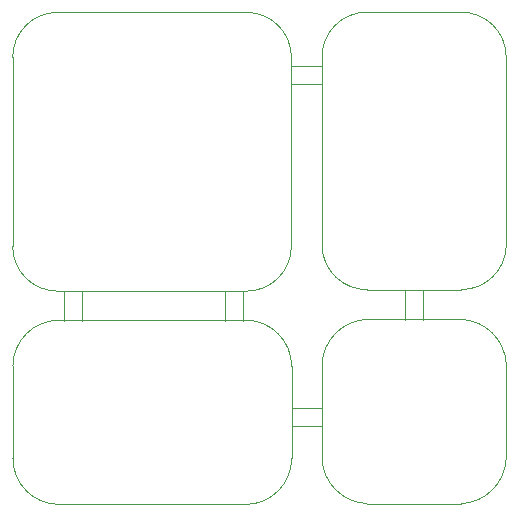
<source format=gko>
%TF.GenerationSoftware,KiCad,Pcbnew,4.0.5-e0-6337~49~ubuntu16.04.1*%
%TF.CreationDate,2017-02-03T09:39:49-08:00*%
%TF.ProjectId,LegoLED-SMTButton-Battery,4C65676F4C45442D534D54427574746F,1.0*%
%TF.FileFunction,Profile,NP*%
%FSLAX46Y46*%
G04 Gerber Fmt 4.6, Leading zero omitted, Abs format (unit mm)*
G04 Created by KiCad (PCBNEW 4.0.5-e0-6337~49~ubuntu16.04.1) date Fri Feb  3 09:39:49 2017*
%MOMM*%
%LPD*%
G01*
G04 APERTURE LIST*
%ADD10C,0.350000*%
%ADD11C,0.040640*%
%ADD12C,0.050000*%
G04 APERTURE END LIST*
D10*
D11*
X157348000Y-98260000D02*
X157348000Y-95720000D01*
X158872000Y-98260000D02*
X158872000Y-95720000D01*
X170948000Y-98260000D02*
X170948000Y-95720000D01*
X172472000Y-98260000D02*
X172472000Y-95720000D01*
X176640000Y-105648000D02*
X179180000Y-105648000D01*
X176640000Y-107172000D02*
X179180000Y-107172000D01*
X179170000Y-78182000D02*
X176630000Y-78182000D01*
X179170000Y-76658000D02*
X176630000Y-76658000D01*
D12*
X194793625Y-101900028D02*
G75*
G03X190990000Y-98110000I-3999066J-209764D01*
G01*
X179190000Y-109910000D02*
X179190000Y-101910000D01*
X190990000Y-113710000D02*
X182990000Y-113710000D01*
X190990000Y-98110000D02*
X182990000Y-98110000D01*
X194790000Y-109910000D02*
X194790000Y-101910000D01*
X182980028Y-98106375D02*
G75*
G03X179190000Y-101910000I209764J-3999066D01*
G01*
X190999972Y-113713625D02*
G75*
G03X194790000Y-109910000I-209764J3999066D01*
G01*
X179186375Y-109919972D02*
G75*
G03X182990000Y-113710000I3999066J209764D01*
G01*
D11*
X187760000Y-95624000D02*
X187760000Y-98164000D01*
X186236000Y-95624000D02*
X186236000Y-98164000D01*
X179190000Y-91900000D02*
G75*
G03X183089820Y-95593368I3799820J106632D01*
G01*
X190990000Y-95589821D02*
G75*
G03X194790000Y-91900000I0J3801645D01*
G01*
X194791316Y-75900000D02*
G75*
G03X190890000Y-72100000I-3801316J0D01*
G01*
X182990000Y-72098684D02*
G75*
G03X179190000Y-76000000I0J-3801316D01*
G01*
X182990000Y-72100000D02*
X190990000Y-72100000D01*
X179190000Y-76000000D02*
X179190000Y-91900000D01*
X194790000Y-75800000D02*
X194790000Y-91900000D01*
X182990000Y-95600000D02*
X190990000Y-95600000D01*
X172720000Y-98180500D02*
X156920000Y-98180500D01*
X172720000Y-113780500D02*
X156920000Y-113780500D01*
X176620000Y-109880500D02*
X176620000Y-102080500D01*
X153020000Y-109880500D02*
X153020000Y-102080500D01*
X176620000Y-102080500D02*
G75*
G03X172720000Y-98180500I-3900000J0D01*
G01*
X172720000Y-113780500D02*
G75*
G03X176620000Y-109880500I0J3900000D01*
G01*
X153020000Y-109880500D02*
G75*
G03X156920000Y-113780500I3900000J0D01*
G01*
X156920000Y-98180500D02*
G75*
G03X153020000Y-102080500I0J-3900000D01*
G01*
D12*
X156800000Y-95720000D02*
X172800000Y-95720000D01*
X153000000Y-75920000D02*
X153000000Y-91920000D01*
X176600000Y-75920000D02*
X176600000Y-91920000D01*
X156800000Y-72120000D02*
X172800000Y-72120000D01*
X156800000Y-72120000D02*
G75*
G03X153000000Y-75920000I0J-3800000D01*
G01*
X153000000Y-91920000D02*
G75*
G03X156800000Y-95720000I3800000J0D01*
G01*
X172800000Y-95720000D02*
G75*
G03X176600000Y-91920000I0J3800000D01*
G01*
X176600000Y-75920000D02*
G75*
G03X172800000Y-72120000I-3800000J0D01*
G01*
M02*

</source>
